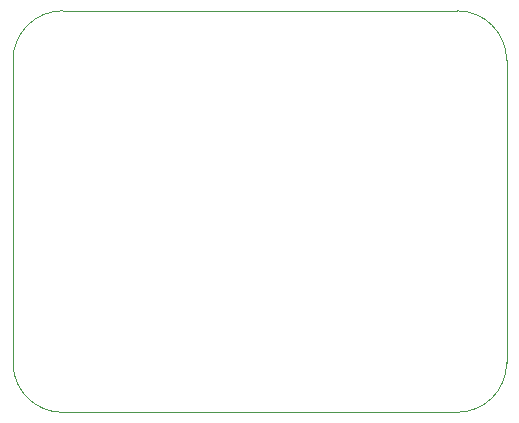
<source format=gbr>
%TF.GenerationSoftware,KiCad,Pcbnew,(6.0.10)*%
%TF.CreationDate,2023-05-01T12:45:21+05:45*%
%TF.ProjectId,arduino,61726475-696e-46f2-9e6b-696361645f70,rev?*%
%TF.SameCoordinates,Original*%
%TF.FileFunction,Profile,NP*%
%FSLAX46Y46*%
G04 Gerber Fmt 4.6, Leading zero omitted, Abs format (unit mm)*
G04 Created by KiCad (PCBNEW (6.0.10)) date 2023-05-01 12:45:21*
%MOMM*%
%LPD*%
G01*
G04 APERTURE LIST*
%TA.AperFunction,Profile*%
%ADD10C,0.100000*%
%TD*%
G04 APERTURE END LIST*
D10*
X81550000Y-96400000D02*
X81550000Y-70600000D01*
X85750000Y-66400000D02*
X119150000Y-66400000D01*
X85750000Y-66400000D02*
G75*
G03*
X81550000Y-70600000I0J-4200000D01*
G01*
X85745246Y-100400226D02*
X119150000Y-100400000D01*
X123350000Y-70600000D02*
G75*
G03*
X119150000Y-66400000I-4200000J0D01*
G01*
X119150000Y-100400000D02*
G75*
G03*
X123350000Y-96200000I0J4200000D01*
G01*
X81550000Y-96400000D02*
G75*
G03*
X85745246Y-100400226I4195246J199774D01*
G01*
X123350000Y-70600000D02*
X123350000Y-96200000D01*
M02*

</source>
